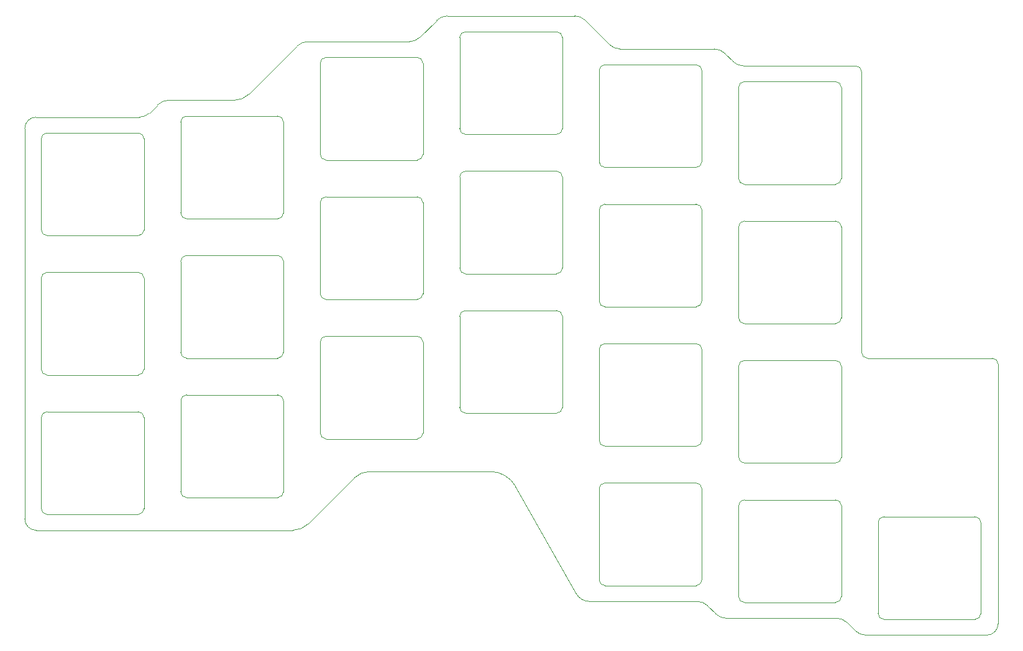
<source format=gm1>
%TF.GenerationSoftware,KiCad,Pcbnew,9.0.7*%
%TF.CreationDate,2026-02-08T18:56:31+03:00*%
%TF.ProjectId,mriya-top-plate-1.1.3,6d726979-612d-4746-9f70-2d706c617465,1.1.3*%
%TF.SameCoordinates,Original*%
%TF.FileFunction,Profile,NP*%
%FSLAX46Y46*%
G04 Gerber Fmt 4.6, Leading zero omitted, Abs format (unit mm)*
G04 Created by KiCad (PCBNEW 9.0.7) date 2026-02-08 18:56:31*
%MOMM*%
%LPD*%
G01*
G04 APERTURE LIST*
%TA.AperFunction,Profile*%
%ADD10C,0.100000*%
%TD*%
%TA.AperFunction,Profile*%
%ADD11C,0.120000*%
%TD*%
G04 APERTURE END LIST*
D10*
X133750444Y-116721155D02*
X134878845Y-117849555D01*
X154750000Y-82200000D02*
X154750000Y-43950000D01*
X93171599Y-39850000D02*
X79328400Y-39850000D01*
X153950000Y-43150000D02*
X138628400Y-43150000D01*
X117667200Y-116150000D02*
G75*
G02*
X115882365Y-115108396I0J2050000D01*
G01*
X134671601Y-40850000D02*
G75*
G02*
X136121169Y-41450431I-1J-2050000D01*
G01*
X104165600Y-98450000D02*
G75*
G02*
X107604786Y-100456986I0J-3950200D01*
G01*
X115671601Y-36350000D02*
X98328400Y-36350000D01*
X121828400Y-40850000D02*
G75*
G02*
X120449563Y-40278838I0J1949900D01*
G01*
X77878877Y-40450412D02*
X71343324Y-46985965D01*
X173350000Y-119200000D02*
G75*
G02*
X171800000Y-120750000I-1550000J0D01*
G01*
X79414056Y-105556655D02*
X85656655Y-99314055D01*
X42300000Y-106450000D02*
X77257400Y-106450000D01*
X153950000Y-43150000D02*
G75*
G02*
X154750000Y-43950000I0J-800000D01*
G01*
X120449556Y-40278845D02*
X117121155Y-36950445D01*
X42300000Y-106450000D02*
G75*
G02*
X40750000Y-104900000I0J1550000D01*
G01*
X87742601Y-98450000D02*
X104165600Y-98450000D01*
X71343324Y-46985965D02*
G75*
G02*
X69257359Y-47849971I-2085924J2085965D01*
G01*
X58878844Y-48450445D02*
X57750445Y-49578845D01*
X137249555Y-42578845D02*
X136121155Y-41450445D01*
X136328399Y-118450000D02*
G75*
G02*
X134878831Y-117849569I1J2050000D01*
G01*
X56371599Y-50150000D02*
X42300000Y-50150000D01*
X107604768Y-100456996D02*
X115882367Y-115108395D01*
X151371600Y-118450000D02*
G75*
G02*
X152750437Y-119021162I0J-1949900D01*
G01*
X40750000Y-51700000D02*
X40750000Y-104900000D01*
X138628400Y-43150000D02*
G75*
G02*
X137249542Y-42578858I0J1950000D01*
G01*
X173350000Y-119200000D02*
X173350000Y-83800000D01*
X85656655Y-99314055D02*
G75*
G02*
X87742601Y-98449987I2086045J-2086045D01*
G01*
X172550000Y-83000000D02*
X155550000Y-83000000D01*
X155328399Y-120750000D02*
X171800000Y-120750000D01*
X69257359Y-47850000D02*
X60328400Y-47850000D01*
X155550000Y-83000000D02*
G75*
G02*
X154750000Y-82200000I0J800000D01*
G01*
X117667200Y-116150000D02*
X132371600Y-116150000D01*
X94550445Y-39278845D02*
G75*
G02*
X93171599Y-39849981I-1378845J1378845D01*
G01*
X132371600Y-116150000D02*
G75*
G02*
X133750437Y-116721162I0J-1949900D01*
G01*
X58878844Y-48450445D02*
G75*
G02*
X60328400Y-47849990I1449556J-1449455D01*
G01*
X40750000Y-51700000D02*
G75*
G02*
X42300000Y-50150000I1550000J0D01*
G01*
X172550000Y-83000000D02*
G75*
G02*
X173350000Y-83800000I0J-800000D01*
G01*
X77878877Y-40450412D02*
G75*
G02*
X79328400Y-39849990I1449523J-1449488D01*
G01*
X136328399Y-118450000D02*
X151371600Y-118450000D01*
X152750444Y-119021155D02*
X153878845Y-120149555D01*
X57750445Y-49578845D02*
G75*
G02*
X56371599Y-50149981I-1378845J1378845D01*
G01*
X79414056Y-105556655D02*
G75*
G02*
X77257400Y-106450001I-2156656J2156555D01*
G01*
X115671601Y-36350000D02*
G75*
G02*
X117121169Y-36950431I-1J-2050000D01*
G01*
X96878844Y-36950445D02*
X94550445Y-39278845D01*
X96878844Y-36950445D02*
G75*
G02*
X98328400Y-36349990I1449556J-1449455D01*
G01*
X155328399Y-120750000D02*
G75*
G02*
X153878831Y-120149569I1J2050000D01*
G01*
X134671601Y-40850000D02*
X121828400Y-40850000D01*
D11*
%TO.C,SW15*%
X81000000Y-80800000D02*
X81000000Y-93200000D01*
X81800000Y-80000000D02*
X94200000Y-80000000D01*
X81800000Y-94000000D02*
X94200000Y-94000000D01*
X95000000Y-80800000D02*
X95000000Y-93200000D01*
X81000000Y-80800000D02*
G75*
G02*
X81800000Y-80000000I799998J2D01*
G01*
X81800000Y-94000000D02*
G75*
G02*
X81000000Y-93200000I-2J799998D01*
G01*
X94200000Y-80000000D02*
G75*
G02*
X95000000Y-80800000I0J-800000D01*
G01*
X95000000Y-93200000D02*
G75*
G02*
X94200000Y-94000000I-800000J0D01*
G01*
%TO.C,SW12*%
X138000000Y-65100000D02*
X138000000Y-77500000D01*
X138800000Y-64300000D02*
X151200000Y-64300000D01*
X138800000Y-78300000D02*
X151200000Y-78300000D01*
X152000000Y-65100000D02*
X152000000Y-77500000D01*
X138000000Y-65100000D02*
G75*
G02*
X138800000Y-64300000I799998J2D01*
G01*
X138800000Y-78300000D02*
G75*
G02*
X138000000Y-77500000I-2J799998D01*
G01*
X151200000Y-64300000D02*
G75*
G02*
X152000000Y-65100000I0J-800000D01*
G01*
X152000000Y-77500000D02*
G75*
G02*
X151200000Y-78300000I-800000J0D01*
G01*
%TO.C,SW11*%
X119000000Y-62800000D02*
X119000000Y-75200000D01*
X119800000Y-62000000D02*
X132200000Y-62000000D01*
X119800000Y-76000000D02*
X132200000Y-76000000D01*
X133000000Y-62800000D02*
X133000000Y-75200000D01*
X119000000Y-62800000D02*
G75*
G02*
X119800000Y-62000000I799998J2D01*
G01*
X119800000Y-76000000D02*
G75*
G02*
X119000000Y-75200000I-2J799998D01*
G01*
X132200000Y-62000000D02*
G75*
G02*
X133000000Y-62800000I0J-800000D01*
G01*
X133000000Y-75200000D02*
G75*
G02*
X132200000Y-76000000I-800000J0D01*
G01*
%TO.C,SW1*%
X43000000Y-53100000D02*
X43000000Y-65500000D01*
X43800000Y-52300000D02*
X56200000Y-52300000D01*
X43800000Y-66300000D02*
X56200000Y-66300000D01*
X57000000Y-53100000D02*
X57000000Y-65500000D01*
X43000000Y-53100000D02*
G75*
G02*
X43800000Y-52300000I799998J2D01*
G01*
X43800000Y-66300000D02*
G75*
G02*
X43000000Y-65500000I-2J799998D01*
G01*
X56200000Y-52300000D02*
G75*
G02*
X57000000Y-53100000I0J-800000D01*
G01*
X57000000Y-65500000D02*
G75*
G02*
X56200000Y-66300000I-800000J0D01*
G01*
%TO.C,SW17*%
X119000000Y-81800000D02*
X119000000Y-94200000D01*
X119800000Y-81000000D02*
X132200000Y-81000000D01*
X119800000Y-95000000D02*
X132200000Y-95000000D01*
X133000000Y-81800000D02*
X133000000Y-94200000D01*
X119000000Y-81800000D02*
G75*
G02*
X119800000Y-81000000I799998J2D01*
G01*
X119800000Y-95000000D02*
G75*
G02*
X119000000Y-94200000I-2J799998D01*
G01*
X132200000Y-81000000D02*
G75*
G02*
X133000000Y-81800000I0J-800000D01*
G01*
X133000000Y-94200000D02*
G75*
G02*
X132200000Y-95000000I-800000J0D01*
G01*
%TO.C,SW20*%
X138000000Y-103100000D02*
X138000000Y-115500000D01*
X138800000Y-102300000D02*
X151200000Y-102300000D01*
X138800000Y-116300000D02*
X151200000Y-116300000D01*
X152000000Y-103100000D02*
X152000000Y-115500000D01*
X138000000Y-103100000D02*
G75*
G02*
X138800000Y-102300000I799998J2D01*
G01*
X138800000Y-116300000D02*
G75*
G02*
X138000000Y-115500000I-2J799998D01*
G01*
X151200000Y-102300000D02*
G75*
G02*
X152000000Y-103100000I0J-800000D01*
G01*
X152000000Y-115500000D02*
G75*
G02*
X151200000Y-116300000I-800000J0D01*
G01*
%TO.C,SW21*%
X157000000Y-105400000D02*
X157000000Y-117800000D01*
X157800000Y-104600000D02*
X170200000Y-104600000D01*
X157800000Y-118600000D02*
X170200000Y-118600000D01*
X171000000Y-105400000D02*
X171000000Y-117800000D01*
X157000000Y-105400000D02*
G75*
G02*
X157800000Y-104600000I799998J2D01*
G01*
X157800000Y-118600000D02*
G75*
G02*
X157000000Y-117800000I-2J799998D01*
G01*
X170200000Y-104600000D02*
G75*
G02*
X171000000Y-105400000I0J-800000D01*
G01*
X171000000Y-117800000D02*
G75*
G02*
X170200000Y-118600000I-800000J0D01*
G01*
%TO.C,SW7*%
X43000000Y-72100000D02*
X43000000Y-84500000D01*
X43800000Y-71300000D02*
X56200000Y-71300000D01*
X43800000Y-85300000D02*
X56200000Y-85300000D01*
X57000000Y-72100000D02*
X57000000Y-84500000D01*
X43000000Y-72100000D02*
G75*
G02*
X43800000Y-71300000I799998J2D01*
G01*
X43800000Y-85300000D02*
G75*
G02*
X43000000Y-84500000I-2J799998D01*
G01*
X56200000Y-71300000D02*
G75*
G02*
X57000000Y-72100000I0J-800000D01*
G01*
X57000000Y-84500000D02*
G75*
G02*
X56200000Y-85300000I-800000J0D01*
G01*
%TO.C,SW8*%
X62000000Y-69800000D02*
X62000000Y-82200000D01*
X62800000Y-69000000D02*
X75200000Y-69000000D01*
X62800000Y-83000000D02*
X75200000Y-83000000D01*
X76000000Y-69800000D02*
X76000000Y-82200000D01*
X62000000Y-69800000D02*
G75*
G02*
X62800000Y-69000000I799998J2D01*
G01*
X62800000Y-83000000D02*
G75*
G02*
X62000000Y-82200000I-2J799998D01*
G01*
X75200000Y-69000000D02*
G75*
G02*
X76000000Y-69800000I0J-800000D01*
G01*
X76000000Y-82200000D02*
G75*
G02*
X75200000Y-83000000I-800000J0D01*
G01*
%TO.C,SW13*%
X43000000Y-91100000D02*
X43000000Y-103500000D01*
X43800000Y-90300000D02*
X56200000Y-90300000D01*
X43800000Y-104300000D02*
X56200000Y-104300000D01*
X57000000Y-91100000D02*
X57000000Y-103500000D01*
X43000000Y-91100000D02*
G75*
G02*
X43800000Y-90300000I799998J2D01*
G01*
X43800000Y-104300000D02*
G75*
G02*
X43000000Y-103500000I-2J799998D01*
G01*
X56200000Y-90300000D02*
G75*
G02*
X57000000Y-91100000I0J-800000D01*
G01*
X57000000Y-103500000D02*
G75*
G02*
X56200000Y-104300000I-800000J0D01*
G01*
%TO.C,SW19*%
X119000000Y-100800000D02*
X119000000Y-113200000D01*
X119800000Y-100000000D02*
X132200000Y-100000000D01*
X119800000Y-114000000D02*
X132200000Y-114000000D01*
X133000000Y-100800000D02*
X133000000Y-113200000D01*
X119000000Y-100800000D02*
G75*
G02*
X119800000Y-100000000I799998J2D01*
G01*
X119800000Y-114000000D02*
G75*
G02*
X119000000Y-113200000I-2J799998D01*
G01*
X132200000Y-100000000D02*
G75*
G02*
X133000000Y-100800000I0J-800000D01*
G01*
X133000000Y-113200000D02*
G75*
G02*
X132200000Y-114000000I-800000J0D01*
G01*
%TO.C,SW16*%
X100000000Y-77300000D02*
X100000000Y-89700000D01*
X100800000Y-76500000D02*
X113200000Y-76500000D01*
X100800000Y-90500000D02*
X113200000Y-90500000D01*
X114000000Y-77300000D02*
X114000000Y-89700000D01*
X100000000Y-77300000D02*
G75*
G02*
X100800000Y-76500000I799998J2D01*
G01*
X100800000Y-90500000D02*
G75*
G02*
X100000000Y-89700000I-2J799998D01*
G01*
X113200000Y-76500000D02*
G75*
G02*
X114000000Y-77300000I0J-800000D01*
G01*
X114000000Y-89700000D02*
G75*
G02*
X113200000Y-90500000I-800000J0D01*
G01*
%TO.C,SW4*%
X100000000Y-39300000D02*
X100000000Y-51700000D01*
X100800000Y-38500000D02*
X113200000Y-38500000D01*
X100800000Y-52500000D02*
X113200000Y-52500000D01*
X114000000Y-39300000D02*
X114000000Y-51700000D01*
X100000000Y-39300000D02*
G75*
G02*
X100800000Y-38500000I799998J2D01*
G01*
X100800000Y-52500000D02*
G75*
G02*
X100000000Y-51700000I-2J799998D01*
G01*
X113200000Y-38500000D02*
G75*
G02*
X114000000Y-39300000I0J-800000D01*
G01*
X114000000Y-51700000D02*
G75*
G02*
X113200000Y-52500000I-800000J0D01*
G01*
%TO.C,SW18*%
X138000000Y-84100000D02*
X138000000Y-96500000D01*
X138800000Y-83300000D02*
X151200000Y-83300000D01*
X138800000Y-97300000D02*
X151200000Y-97300000D01*
X152000000Y-84100000D02*
X152000000Y-96500000D01*
X138000000Y-84100000D02*
G75*
G02*
X138800000Y-83300000I799998J2D01*
G01*
X138800000Y-97300000D02*
G75*
G02*
X138000000Y-96500000I-2J799998D01*
G01*
X151200000Y-83300000D02*
G75*
G02*
X152000000Y-84100000I0J-800000D01*
G01*
X152000000Y-96500000D02*
G75*
G02*
X151200000Y-97300000I-800000J0D01*
G01*
%TO.C,SW14*%
X62000000Y-88800000D02*
X62000000Y-101200000D01*
X62800000Y-88000000D02*
X75200000Y-88000000D01*
X62800000Y-102000000D02*
X75200000Y-102000000D01*
X76000000Y-88800000D02*
X76000000Y-101200000D01*
X62000000Y-88800000D02*
G75*
G02*
X62800000Y-88000000I799998J2D01*
G01*
X62800000Y-102000000D02*
G75*
G02*
X62000000Y-101200000I-2J799998D01*
G01*
X75200000Y-88000000D02*
G75*
G02*
X76000000Y-88800000I0J-800000D01*
G01*
X76000000Y-101200000D02*
G75*
G02*
X75200000Y-102000000I-800000J0D01*
G01*
%TO.C,SW5*%
X119000000Y-43800000D02*
X119000000Y-56200000D01*
X119800000Y-43000000D02*
X132200000Y-43000000D01*
X119800000Y-57000000D02*
X132200000Y-57000000D01*
X133000000Y-43800000D02*
X133000000Y-56200000D01*
X119000000Y-43800000D02*
G75*
G02*
X119800000Y-43000000I799998J2D01*
G01*
X119800000Y-57000000D02*
G75*
G02*
X119000000Y-56200000I-2J799998D01*
G01*
X132200000Y-43000000D02*
G75*
G02*
X133000000Y-43800000I0J-800000D01*
G01*
X133000000Y-56200000D02*
G75*
G02*
X132200000Y-57000000I-800000J0D01*
G01*
%TO.C,SW6*%
X138000000Y-46100000D02*
X138000000Y-58500000D01*
X138800000Y-45300000D02*
X151200000Y-45300000D01*
X138800000Y-59300000D02*
X151200000Y-59300000D01*
X152000000Y-46100000D02*
X152000000Y-58500000D01*
X138000000Y-46100000D02*
G75*
G02*
X138800000Y-45300000I799998J2D01*
G01*
X138800000Y-59300000D02*
G75*
G02*
X138000000Y-58500000I-2J799998D01*
G01*
X151200000Y-45300000D02*
G75*
G02*
X152000000Y-46100000I0J-800000D01*
G01*
X152000000Y-58500000D02*
G75*
G02*
X151200000Y-59300000I-800000J0D01*
G01*
%TO.C,SW2*%
X62000000Y-50800000D02*
X62000000Y-63200000D01*
X62800000Y-50000000D02*
X75200000Y-50000000D01*
X62800000Y-64000000D02*
X75200000Y-64000000D01*
X76000000Y-50800000D02*
X76000000Y-63200000D01*
X62000000Y-50800000D02*
G75*
G02*
X62800000Y-50000000I799998J2D01*
G01*
X62800000Y-64000000D02*
G75*
G02*
X62000000Y-63200000I-2J799998D01*
G01*
X75200000Y-50000000D02*
G75*
G02*
X76000000Y-50800000I0J-800000D01*
G01*
X76000000Y-63200000D02*
G75*
G02*
X75200000Y-64000000I-800000J0D01*
G01*
%TO.C,SW9*%
X81000000Y-61800000D02*
X81000000Y-74200000D01*
X81800000Y-61000000D02*
X94200000Y-61000000D01*
X81800000Y-75000000D02*
X94200000Y-75000000D01*
X95000000Y-61800000D02*
X95000000Y-74200000D01*
X81000000Y-61800000D02*
G75*
G02*
X81800000Y-61000000I799998J2D01*
G01*
X81800000Y-75000000D02*
G75*
G02*
X81000000Y-74200000I-2J799998D01*
G01*
X94200000Y-61000000D02*
G75*
G02*
X95000000Y-61800000I0J-800000D01*
G01*
X95000000Y-74200000D02*
G75*
G02*
X94200000Y-75000000I-800000J0D01*
G01*
%TO.C,SW10*%
X100000000Y-58300000D02*
X100000000Y-70700000D01*
X100800000Y-57500000D02*
X113200000Y-57500000D01*
X100800000Y-71500000D02*
X113200000Y-71500000D01*
X114000000Y-58300000D02*
X114000000Y-70700000D01*
X100000000Y-58300000D02*
G75*
G02*
X100800000Y-57500000I799998J2D01*
G01*
X100800000Y-71500000D02*
G75*
G02*
X100000000Y-70700000I-2J799998D01*
G01*
X113200000Y-57500000D02*
G75*
G02*
X114000000Y-58300000I0J-800000D01*
G01*
X114000000Y-70700000D02*
G75*
G02*
X113200000Y-71500000I-800000J0D01*
G01*
%TO.C,SW3*%
X81000000Y-42800000D02*
X81000000Y-55200000D01*
X81800000Y-42000000D02*
X94200000Y-42000000D01*
X81800000Y-56000000D02*
X94200000Y-56000000D01*
X95000000Y-42800000D02*
X95000000Y-55200000D01*
X81000000Y-42800000D02*
G75*
G02*
X81800000Y-42000000I799998J2D01*
G01*
X81800000Y-56000000D02*
G75*
G02*
X81000000Y-55200000I-2J799998D01*
G01*
X94200000Y-42000000D02*
G75*
G02*
X95000000Y-42800000I0J-800000D01*
G01*
X95000000Y-55200000D02*
G75*
G02*
X94200000Y-56000000I-800000J0D01*
G01*
%TD*%
M02*

</source>
